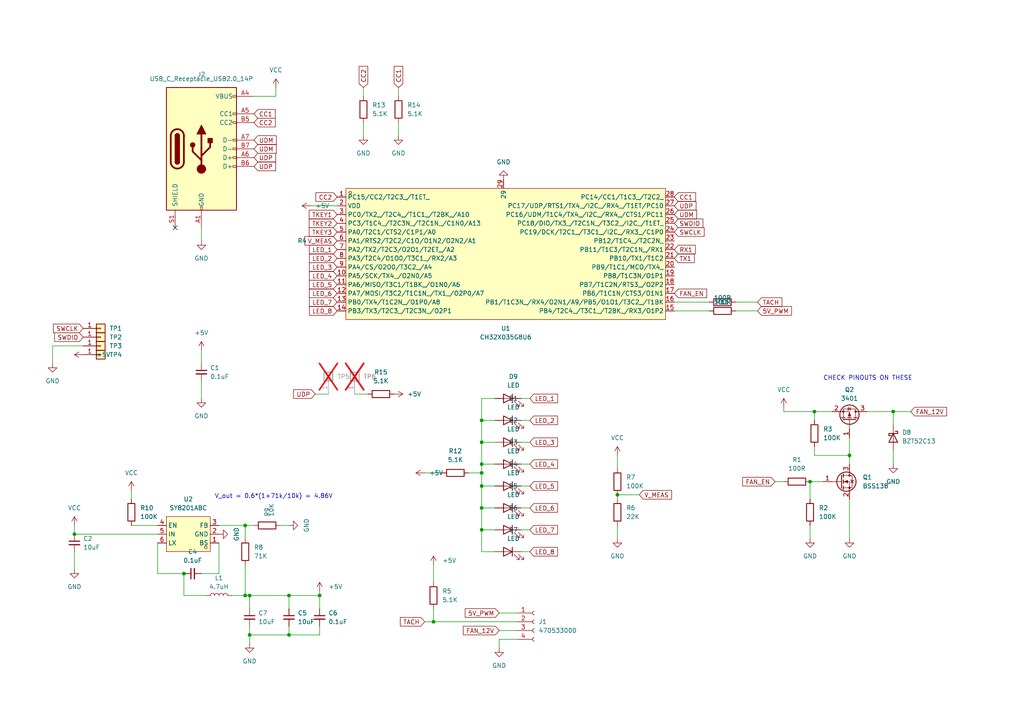
<source format=kicad_sch>
(kicad_sch (version 20230121) (generator eeschema)
  (paper "A4")
  (lib_symbols
    (symbol "Connector:Conn_01x04_Socket" (pin_names (offset 1.016) hide)
      (property "Reference" "J" (at 0 5.08 0))
      (property "Value" "Conn_01x04_Socket" (at 0 -7.62 0))
      (symbol "Conn_01x04_Socket_1_1"
        (arc (start 0 -4.572) (mid -0.5058 -5.08) (end 0 -5.588) (stroke (width 0.1524)))
        (arc (start 0 -2.032) (mid -0.5058 -2.54) (end 0 -3.048) (stroke (width 0.1524)))
        (polyline (pts (xy -1.27 -5.08) (xy -0.508 -5.08)) (stroke (width 0.1524)))
        (polyline (pts (xy -1.27 -2.54) (xy -0.508 -2.54)) (stroke (width 0.1524)))
        (polyline (pts (xy -1.27 0) (xy -0.508 0)) (stroke (width 0.1524)))
        (polyline (pts (xy -1.27 2.54) (xy -0.508 2.54)) (stroke (width 0.1524)))
        (arc (start 0 0.508) (mid -0.5058 0) (end 0 -0.508) (stroke (width 0.1524)))
        (arc (start 0 3.048) (mid -0.5058 2.54) (end 0 2.032) (stroke (width 0.1524)))
        (pin passive line (at -5.08 2.54 0) (length 3.81) (name "Pin_1") (number "1"))
        (pin passive line (at -5.08 0 0) (length 3.81) (name "Pin_2") (number "2"))
        (pin passive line (at -5.08 -2.54 0) (length 3.81) (name "Pin_3") (number "3"))
        (pin passive line (at -5.08 -5.08 0) (length 3.81) (name "Pin_4") (number "4"))
      )
    )
    (symbol "Connector:USB_C_Receptacle_USB2.0_14P" (pin_names (offset 1.016))
      (property "Reference" "J" (at 0 22.225 0))
      (property "Value" "USB_C_Receptacle_USB2.0_14P" (at 0 19.685 0))
      (symbol "USB_C_Receptacle_USB2.0_14P_0_0"
        (rectangle (start -0.254 -17.78) (end 0.254 -16.764))
        (rectangle (start 10.16 -4.826) (end 9.144 -5.334))
        (rectangle (start 10.16 -2.286) (end 9.144 -2.794))
        (rectangle (start 10.16 0.254) (end 9.144 -0.254))
        (rectangle (start 10.16 2.794) (end 9.144 2.286))
        (rectangle (start 10.16 7.874) (end 9.144 7.366))
        (rectangle (start 10.16 10.414) (end 9.144 9.906))
        (rectangle (start 10.16 15.494) (end 9.144 14.986))
      )
      (symbol "USB_C_Receptacle_USB2.0_14P_0_1"
        (rectangle (start -10.16 17.78) (end 10.16 -17.78) (stroke (width 0.254)) (fill (type background)))
        (arc (start -8.89 -3.81) (mid -6.985 -5.7067) (end -5.08 -3.81) (stroke (width 0.508)))
        (arc (start -7.62 -3.81) (mid -6.985 -4.4423) (end -6.35 -3.81) (stroke (width 0.254)))
        (arc (start -7.62 -3.81) (mid -6.985 -4.4423) (end -6.35 -3.81) (stroke (width 0.254)) (fill (type outline)))
        (rectangle (start -7.62 -3.81) (end -6.35 3.81) (stroke (width 0.254)) (fill (type outline)))
        (arc (start -6.35 3.81) (mid -6.985 4.4423) (end -7.62 3.81) (stroke (width 0.254)))
        (arc (start -6.35 3.81) (mid -6.985 4.4423) (end -7.62 3.81) (stroke (width 0.254)) (fill (type outline)))
        (arc (start -5.08 3.81) (mid -6.985 5.7067) (end -8.89 3.81) (stroke (width 0.508)))
        (circle (center -2.54 1.143) (radius 0.635) (stroke (width 0.254)) (fill (type outline)))
        (circle (center 0 -5.842) (radius 1.27) (fill (type outline)))
        (polyline (pts (xy -8.89 -3.81) (xy -8.89 3.81)) (stroke (width 0.508)))
        (polyline (pts (xy -5.08 3.81) (xy -5.08 -3.81)) (stroke (width 0.508)))
        (polyline (pts (xy 0 -5.842) (xy 0 4.318)) (stroke (width 0.508)))
        (polyline (pts (xy 0 -3.302) (xy -2.54 -0.762) (xy -2.54 0.508)) (stroke (width 0.508)))
        (polyline (pts (xy 0 -2.032) (xy 2.54 0.508) (xy 2.54 1.778)) (stroke (width 0.508)))
        (polyline (pts (xy -1.27 4.318) (xy 0 6.858) (xy 1.27 4.318) (xy -1.27 4.318)) (stroke (width 0.254)) (fill (type outline)))
        (rectangle (start 1.905 1.778) (end 3.175 3.048) (stroke (width 0.254)) (fill (type outline)))
      )
      (symbol "USB_C_Receptacle_USB2.0_14P_1_1"
        (pin passive line (at 0 -22.86 90) (length 5.08) (name "GND") (number "A1"))
        (pin passive line (at 0 -22.86 90) (length 5.08) hide (name "GND") (number "A12"))
        (pin passive line (at 15.24 15.24 180) (length 5.08) (name "VBUS") (number "A4"))
        (pin bidirectional line (at 15.24 10.16 180) (length 5.08) (name "CC1") (number "A5"))
        (pin bidirectional line (at 15.24 -2.54 180) (length 5.08) (name "D+") (number "A6"))
        (pin bidirectional line (at 15.24 2.54 180) (length 5.08) (name "D-") (number "A7"))
        (pin passive line (at 15.24 15.24 180) (length 5.08) hide (name "VBUS") (number "A9"))
        (pin passive line (at 0 -22.86 90) (length 5.08) hide (name "GND") (number "B1"))
        (pin passive line (at 0 -22.86 90) (length 5.08) hide (name "GND") (number "B12"))
        (pin passive line (at 15.24 15.24 180) (length 5.08) hide (name "VBUS") (number "B4"))
        (pin bidirectional line (at 15.24 7.62 180) (length 5.08) (name "CC2") (number "B5"))
        (pin bidirectional line (at 15.24 -5.08 180) (length 5.08) (name "D+") (number "B6"))
        (pin bidirectional line (at 15.24 0 180) (length 5.08) (name "D-") (number "B7"))
        (pin passive line (at 15.24 15.24 180) (length 5.08) hide (name "VBUS") (number "B9"))
        (pin passive line (at -7.62 -22.86 90) (length 5.08) (name "SHIELD") (number "S1"))
      )
    )
    (symbol "Connector_Generic:Conn_01x01" (pin_names (offset 1.016) hide)
      (property "Reference" "J" (at 0 2.54 0))
      (property "Value" "Conn_01x01" (at 0 -2.54 0))
      (symbol "Conn_01x01_1_1"
        (rectangle (start -1.27 0.127) (end 0 -0.127) (stroke (width 0.1524)))
        (rectangle (start -1.27 1.27) (end 1.27 -1.27) (stroke (width 0.254)) (fill (type background)))
        (pin passive line (at -5.08 0 0) (length 3.81) (name "Pin_1") (number "1"))
      )
    )
    (symbol "Device:C_Small" (pin_numbers hide) (pin_names (offset 0.254) hide)
      (property "Reference" "C" (at 0.254 1.778 0))
      (property "Value" "C_Small" (at 0.254 -2.032 0))
      (symbol "C_Small_0_1"
        (polyline (pts (xy -1.524 -0.508) (xy 1.524 -0.508)) (stroke (width 0.3302)))
        (polyline (pts (xy -1.524 0.508) (xy 1.524 0.508)) (stroke (width 0.3048)))
      )
      (symbol "C_Small_1_1"
        (pin passive line (at 0 2.54 270) (length 2.032) (name "~") (number "1"))
        (pin passive line (at 0 -2.54 90) (length 2.032) (name "~") (number "2"))
      )
    )
    (symbol "Device:D_Schottky" (pin_numbers hide) (pin_names (offset 1.016) hide)
      (property "Reference" "D" (at 0 2.54 0))
      (property "Value" "D_Schottky" (at 0 -2.54 0))
      (symbol "D_Schottky_0_1"
        (polyline (pts (xy 1.27 0) (xy -1.27 0)))
        (polyline (pts (xy 1.27 1.27) (xy 1.27 -1.27) (xy -1.27 0) (xy 1.27 1.27)) (stroke (width 0.254)))
        (polyline (pts (xy -1.905 0.635) (xy -1.905 1.27) (xy -1.27 1.27) (xy -1.27 -1.27) (xy -0.635 -1.27) (xy -0.635 -0.635)) (stroke (width 0.254)))
      )
      (symbol "D_Schottky_1_1"
        (pin passive line (at -3.81 0 0) (length 2.54) (name "K") (number "1"))
        (pin passive line (at 3.81 0 180) (length 2.54) (name "A") (number "2"))
      )
    )
    (symbol "Device:L" (pin_numbers hide) (pin_names (offset 1.016) hide)
      (property "Reference" "L" (at -1.27 0 90))
      (property "Value" "L" (at 1.905 0 90))
      (symbol "L_0_1"
        (arc (start 0 -2.54) (mid 0.6323 -1.905) (end 0 -1.27))
        (arc (start 0 -1.27) (mid 0.6323 -0.635) (end 0 0))
        (arc (start 0 0) (mid 0.6323 0.635) (end 0 1.27))
        (arc (start 0 1.27) (mid 0.6323 1.905) (end 0 2.54))
      )
      (symbol "L_1_1"
        (pin passive line (at 0 3.81 270) (length 1.27) (name "1") (number "1"))
        (pin passive line (at 0 -3.81 90) (length 1.27) (name "2") (number "2"))
      )
    )
    (symbol "Device:LED" (pin_numbers hide) (pin_names (offset 1.016) hide)
      (property "Reference" "D" (at 0 2.54 0))
      (property "Value" "LED" (at 0 -2.54 0))
      (symbol "LED_0_1"
        (polyline (pts (xy -1.27 -1.27) (xy -1.27 1.27)) (stroke (width 0.254)))
        (polyline (pts (xy -1.27 0) (xy 1.27 0)))
        (polyline (pts (xy 1.27 -1.27) (xy 1.27 1.27) (xy -1.27 0) (xy 1.27 -1.27)) (stroke (width 0.254)))
        (polyline (pts (xy -3.048 -0.762) (xy -4.572 -2.286) (xy -3.81 -2.286) (xy -4.572 -2.286) (xy -4.572 -1.524)))
        (polyline (pts (xy -1.778 -0.762) (xy -3.302 -2.286) (xy -2.54 -2.286) (xy -3.302 -2.286) (xy -3.302 -1.524)))
      )
      (symbol "LED_1_1"
        (pin passive line (at -3.81 0 0) (length 2.54) (name "K") (number "1"))
        (pin passive line (at 3.81 0 180) (length 2.54) (name "A") (number "2"))
      )
    )
    (symbol "Device:R" (pin_numbers hide) (pin_names (offset 0))
      (property "Reference" "R" (at 2.032 0 90))
      (property "Value" "R" (at 0 0 90))
      (symbol "R_0_1"
        (rectangle (start -1.016 -2.54) (end 1.016 2.54) (stroke (width 0.254)))
      )
      (symbol "R_1_1"
        (pin passive line (at 0 3.81 270) (length 1.27) (name "~") (number "1"))
        (pin passive line (at 0 -3.81 90) (length 1.27) (name "~") (number "2"))
      )
    )
    (symbol "Transistor_FET:AO3401A" (pin_names hide)
      (property "Reference" "Q" (at 5.08 1.905 0))
      (property "Value" "AO3401A" (at 5.08 0 0))
      (symbol "AO3401A_0_1"
        (polyline (pts (xy 0.254 0) (xy -2.54 0)))
        (polyline (pts (xy 0.254 1.905) (xy 0.254 -1.905)) (stroke (width 0.254)))
        (polyline (pts (xy 0.762 -1.27) (xy 0.762 -2.286)) (stroke (width 0.254)))
        (polyline (pts (xy 0.762 0.508) (xy 0.762 -0.508)) (stroke (width 0.254)))
        (polyline (pts (xy 0.762 2.286) (xy 0.762 1.27)) (stroke (width 0.254)))
        (polyline (pts (xy 2.54 2.54) (xy 2.54 1.778)))
        (polyline (pts (xy 2.54 -2.54) (xy 2.54 0) (xy 0.762 0)))
        (polyline (pts (xy 0.762 1.778) (xy 3.302 1.778) (xy 3.302 -1.778) (xy 0.762 -1.778)))
        (polyline (pts (xy 2.286 0) (xy 1.27 0.381) (xy 1.27 -0.381) (xy 2.286 0)) (fill (type outline)))
        (polyline (pts (xy 2.794 -0.508) (xy 2.921 -0.381) (xy 3.683 -0.381) (xy 3.81 -0.254)))
        (polyline (pts (xy 3.302 -0.381) (xy 2.921 0.254) (xy 3.683 0.254) (xy 3.302 -0.381)))
        (circle (center 1.651 0) (radius 2.794) (stroke (width 0.254)))
        (circle (center 2.54 -1.778) (radius 0.254) (fill (type outline)))
        (circle (center 2.54 1.778) (radius 0.254) (fill (type outline)))
      )
      (symbol "AO3401A_1_1"
        (pin input line (at -5.08 0 0) (length 2.54) (name "G") (number "1"))
        (pin passive line (at 2.54 -5.08 90) (length 2.54) (name "S") (number "2"))
        (pin passive line (at 2.54 5.08 270) (length 2.54) (name "D") (number "3"))
      )
    )
    (symbol "Transistor_FET:BSS138" (pin_names hide)
      (property "Reference" "Q" (at 5.08 1.905 0))
      (property "Value" "BSS138" (at 5.08 0 0))
      (symbol "BSS138_0_1"
        (polyline (pts (xy 0.254 0) (xy -2.54 0)))
        (polyline (pts (xy 0.254 1.905) (xy 0.254 -1.905)) (stroke (width 0.254)))
        (polyline (pts (xy 0.762 -1.27) (xy 0.762 -2.286)) (stroke (width 0.254)))
        (polyline (pts (xy 0.762 0.508) (xy 0.762 -0.508)) (stroke (width 0.254)))
        (polyline (pts (xy 0.762 2.286) (xy 0.762 1.27)) (stroke (width 0.254)))
        (polyline (pts (xy 2.54 2.54) (xy 2.54 1.778)))
        (polyline (pts (xy 2.54 -2.54) (xy 2.54 0) (xy 0.762 0)))
        (polyline (pts (xy 0.762 -1.778) (xy 3.302 -1.778) (xy 3.302 1.778) (xy 0.762 1.778)))
        (polyline (pts (xy 1.016 0) (xy 2.032 0.381) (xy 2.032 -0.381) (xy 1.016 0)) (fill (type outline)))
        (polyline (pts (xy 2.794 0.508) (xy 2.921 0.381) (xy 3.683 0.381) (xy 3.81 0.254)))
        (polyline (pts (xy 3.302 0.381) (xy 2.921 -0.254) (xy 3.683 -0.254) (xy 3.302 0.381)))
        (circle (center 1.651 0) (radius 2.794) (stroke (width 0.254)))
        (circle (center 2.54 -1.778) (radius 0.254) (fill (type outline)))
        (circle (center 2.54 1.778) (radius 0.254) (fill (type outline)))
      )
      (symbol "BSS138_1_1"
        (pin input line (at -5.08 0 0) (length 2.54) (name "G") (number "1"))
        (pin passive line (at 2.54 -5.08 90) (length 2.54) (name "S") (number "2"))
        (pin passive line (at 2.54 5.08 270) (length 2.54) (name "D") (number "3"))
      )
    )
    (symbol "local:CH32X035G8U6"
      (property "Reference" "U" (at 43.18 19.05 0))
      (property "Value" "CH32X035G8U6" (at 0 -22.86 0))
      (symbol "CH32X035G8U6_0_1"
        (rectangle (start -45.72 17.78) (end 46.99 -20.32) (fill (type background)))
        (circle (center -44.45 16.51) (radius 0.38))
        (pin unspecified line (at -48.26 15.24 0) (length 2.54) (name "PC15/CC2/T2C3_/T1ET_") (number "1"))
        (pin unspecified line (at -48.26 -7.62 0) (length 2.54) (name "PA5/SCK/TX4_/O2N0/A5") (number "10"))
        (pin unspecified line (at -48.26 -10.16 0) (length 2.54) (name "PA6/MISO/T3C1/T1BK_/O1N0/A6") (number "11"))
        (pin unspecified line (at -48.26 -12.7 0) (length 2.54) (name "PA7/MOSI/T3C2/T1C1N_/TX1_/O2P0/A7") (number "12"))
        (pin unspecified line (at -48.26 -15.24 0) (length 2.54) (name "PB0/TX4/T1C2N_/O1P0/A8") (number "13"))
        (pin unspecified line (at -48.26 -17.78 0) (length 2.54) (name "PB3/TX3/T2C3_/T2C3N_/O2P1") (number "14"))
        (pin unspecified line (at 49.53 -17.78 180) (length 2.54) (name "PB4/T2C4_/T3C1_/T2BK_/RX3/O1P2") (number "15"))
        (pin unspecified line (at 49.53 -15.24 180) (length 2.54) (name "PB1/T1C3N_/RX4/O2N1/A9/PB5/O1O1/T3C2_/T1BK") (number "16"))
        (pin unspecified line (at 49.53 -12.7 180) (length 2.54) (name "PB6/T1C1N/CTS3/O1N1") (number "17"))
        (pin unspecified line (at 49.53 -10.16 180) (length 2.54) (name "PB7/T1C2N/RTS3_/O2P2") (number "18"))
        (pin unspecified line (at 49.53 -7.62 180) (length 2.54) (name "PB8/T1C3N/O1P1") (number "19"))
        (pin unspecified line (at -48.26 12.7 0) (length 2.54) (name "VDD") (number "2"))
        (pin unspecified line (at 49.53 -5.08 180) (length 2.54) (name "PB9/T1C1/MCO/TX4_") (number "20"))
        (pin unspecified line (at 49.53 -2.54 180) (length 2.54) (name "PB10/TX1/T1C2") (number "21"))
        (pin unspecified line (at 49.53 0 180) (length 2.54) (name "PB11/T1C3/T2C1N_/RX1") (number "22"))
        (pin unspecified line (at 49.53 2.54 180) (length 2.54) (name "PB12/T1C4_/T2C2N_") (number "23"))
        (pin unspecified line (at 49.53 5.08 180) (length 2.54) (name "PC19/DCK/T2C1_/T3C1_/I2C_/RX3_/C1P0") (number "24"))
        (pin unspecified line (at 49.53 7.62 180) (length 2.54) (name "PC18/DIO/TX3_/T2C1N_/T3C2_/I2C_/T1ET_") (number "25"))
        (pin unspecified line (at 49.53 10.16 180) (length 2.54) (name "PC16/UDM/T1C4/TX4_/I2C_/RX4_/CTS1/PC11") (number "26"))
        (pin unspecified line (at 49.53 12.7 180) (length 2.54) (name "PC17/UDP/RTS1/TX4_/I2C_/RX4_/T1ET/PC10") (number "27"))
        (pin unspecified line (at 49.53 15.24 180) (length 2.54) (name "PC14/CC1/T1C3_/T2C2_") (number "28"))
        (pin unspecified line (at 0 20.32 270) (length 2.54) (name "29") (number "29"))
        (pin unspecified line (at -48.26 10.16 0) (length 2.54) (name "PC0/TX2_/T2C4_/T1C1_/T2BK_/A10") (number "3"))
        (pin unspecified line (at -48.26 7.62 0) (length 2.54) (name "PC3/T1C4_/T2C3N_/T2C1N_/C1N0/A13") (number "4"))
        (pin unspecified line (at -48.26 5.08 0) (length 2.54) (name "PA0/T2C1/CTS2/C1P1/A0") (number "5"))
        (pin unspecified line (at -48.26 2.54 0) (length 2.54) (name "PA1/RTS2/T2C2/C1O/O1N2/O2N2/A1") (number "6"))
        (pin unspecified line (at -48.26 0 0) (length 2.54) (name "PA2/TX2/T2C3/O2O1/T2ET_/A2") (number "7"))
        (pin unspecified line (at -48.26 -2.54 0) (length 2.54) (name "PA3/T2C4/O1O0/T3C1_/RX2/A3") (number "8"))
        (pin unspecified line (at -48.26 -5.08 0) (length 2.54) (name "PA4/CS/O2O0/T3C2_/A4") (number "9"))
      )
    )
    (symbol "local:SY8301ABC"
      (property "Reference" "U" (at 0 7.62 0))
      (property "Value" "SY8301ABC" (at 0 -7.62 0))
      (symbol "SY8301ABC_0_1"
        (rectangle (start -6.35 5.08) (end 6.35 -5.08) (fill (type background)))
        (circle (center -5.08 3.81) (radius 0.38))
        (pin unspecified line (at -8.89 2.54 0) (length 2.54) (name "BS") (number "1"))
        (pin unspecified line (at -8.89 0 0) (length 2.54) (name "GND") (number "2"))
        (pin unspecified line (at -8.89 -2.54 0) (length 2.54) (name "FB") (number "3"))
        (pin unspecified line (at 8.89 -2.54 180) (length 2.54) (name "EN") (number "4"))
        (pin unspecified line (at 8.89 0 180) (length 2.54) (name "IN") (number "5"))
        (pin unspecified line (at 8.89 2.54 180) (length 2.54) (name "LX") (number "6"))
      )
    )
    (symbol "power:+5V" (power) (pin_names (offset 0))
      (property "Value" "+5V" (at 0 3.556 0))
      (symbol "+5V_0_1"
        (polyline (pts (xy -0.762 1.27) (xy 0 2.54)))
        (polyline (pts (xy 0 0) (xy 0 2.54)))
        (polyline (pts (xy 0 2.54) (xy 0.762 1.27)))
      )
      (symbol "+5V_1_1"
        (pin power_in line (at 0 0 90) (length 0) hide (name "+5V") (number "1"))
      )
    )
    (symbol "power:GND" (power) (pin_names (offset 0))
      (property "Value" "GND" (at 0 -3.81 0))
      (symbol "GND_0_1"
        (polyline (pts (xy 0 0) (xy 0 -1.27) (xy 1.27 -1.27) (xy 0 -2.54) (xy -1.27 -1.27) (xy 0 -1.27)))
      )
      (symbol "GND_1_1"
        (pin power_in line (at 0 0 270) (length 0) hide (name "GND") (number "1"))
      )
    )
    (symbol "power:VCC" (power) (pin_names (offset 0))
      (property "Value" "VCC" (at 0 3.81 0))
      (symbol "VCC_0_1"
        (polyline (pts (xy -0.762 1.27) (xy 0 2.54)))
        (polyline (pts (xy 0 0) (xy 0 2.54)))
        (polyline (pts (xy 0 2.54) (xy 0.762 1.27)))
      )
      (symbol "VCC_1_1"
        (pin power_in line (at 0 0 90) (length 0) hide (name "VCC") (number "1"))
      )
    )
  )
  (junction (at 139.7 137.16))
  (junction (at 139.7 153.67))
  (junction (at 246.38 132.08))
  (junction (at 72.39 184.15))
  (junction (at 234.95 139.7))
  (junction (at 53.34 166.37))
  (junction (at 83.82 172.72))
  (junction (at 139.7 147.32))
  (junction (at 179.07 143.51))
  (junction (at 92.71 172.72))
  (junction (at 259.08 119.38))
  (junction (at 71.12 172.72))
  (junction (at 139.7 140.97))
  (junction (at 21.59 154.94))
  (junction (at 139.7 121.92))
  (junction (at 236.22 119.38))
  (junction (at 139.7 128.27))
  (junction (at 139.7 134.62))
  (junction (at 72.39 172.72))
  (junction (at 125.73 180.34))
  (junction (at 71.12 152.4))
  (junction (at 83.82 184.15))
  (no_connect (at 50.8 66.04))
  (wire (pts (xy 139.7 121.92) (xy 143.51 121.92)))
  (wire (pts (xy 139.7 115.57) (xy 143.51 115.57)))
  (wire (pts (xy 71.12 172.72) (xy 71.12 163.83)))
  (wire (pts (xy 92.71 172.72) (xy 83.82 172.72)))
  (wire (pts (xy 219.71 90.17) (xy 213.36 90.17)))
  (wire (pts (xy 125.73 176.53) (xy 125.73 180.34)))
  (wire (pts (xy 144.78 177.8) (xy 149.86 177.8)))
  (wire (pts (xy 115.57 39.37) (xy 115.57 35.56)))
  (wire (pts (xy 135.89 137.16) (xy 139.7 137.16)))
  (wire (pts (xy 21.59 160.02) (xy 21.59 165.1)))
  (wire (pts (xy 139.7 140.97) (xy 143.51 140.97)))
  (wire (pts (xy 115.57 25.4) (xy 115.57 27.94)))
  (wire (pts (xy 92.71 184.15) (xy 92.71 181.61)))
  (wire (pts (xy 38.1 152.4) (xy 45.72 152.4)))
  (wire (pts (xy 72.39 172.72) (xy 71.12 172.72)))
  (wire (pts (xy 83.82 152.4) (xy 81.28 152.4)))
  (wire (pts (xy 105.41 25.4) (xy 105.41 27.94)))
  (wire (pts (xy 72.39 184.15) (xy 72.39 181.61)))
  (wire (pts (xy 125.73 180.34) (xy 149.86 180.34)))
  (wire (pts (xy 153.67 121.92) (xy 151.13 121.92)))
  (wire (pts (xy 58.42 105.41) (xy 58.42 101.6)))
  (wire (pts (xy 219.71 87.63) (xy 213.36 87.63)))
  (wire (pts (xy 259.08 130.81) (xy 259.08 134.62)))
  (wire (pts (xy 234.95 144.78) (xy 234.95 139.7)))
  (wire (pts (xy 72.39 186.69) (xy 72.39 184.15)))
  (wire (pts (xy 139.7 147.32) (xy 139.7 153.67)))
  (wire (pts (xy 58.42 69.85) (xy 58.42 66.04)))
  (wire (pts (xy 59.69 172.72) (xy 53.34 172.72)))
  (wire (pts (xy 15.24 100.33) (xy 24.13 100.33)))
  (wire (pts (xy 63.5 152.4) (xy 71.12 152.4)))
  (wire (pts (xy 105.41 39.37) (xy 105.41 35.56)))
  (wire (pts (xy 45.72 166.37) (xy 53.34 166.37)))
  (wire (pts (xy 236.22 129.54) (xy 236.22 132.08)))
  (wire (pts (xy 123.19 180.34) (xy 125.73 180.34)))
  (wire (pts (xy 139.7 115.57) (xy 139.7 121.92)))
  (wire (pts (xy 179.07 156.21) (xy 179.07 152.4)))
  (wire (pts (xy 144.78 187.96) (xy 144.78 185.42)))
  (wire (pts (xy 139.7 121.92) (xy 139.7 128.27)))
  (wire (pts (xy 67.31 172.72) (xy 71.12 172.72)))
  (wire (pts (xy 80.01 27.94) (xy 73.66 27.94)))
  (wire (pts (xy 92.71 172.72) (xy 92.71 176.53)))
  (wire (pts (xy 83.82 184.15) (xy 92.71 184.15)))
  (wire (pts (xy 236.22 121.92) (xy 236.22 119.38)))
  (wire (pts (xy 139.7 134.62) (xy 143.51 134.62)))
  (wire (pts (xy 53.34 172.72) (xy 53.34 166.37)))
  (wire (pts (xy 139.7 128.27) (xy 139.7 134.62)))
  (wire (pts (xy 179.07 143.51) (xy 179.07 144.78)))
  (wire (pts (xy 83.82 181.61) (xy 83.82 184.15)))
  (wire (pts (xy 227.33 119.38) (xy 227.33 118.11)))
  (wire (pts (xy 45.72 157.48) (xy 45.72 166.37)))
  (wire (pts (xy 153.67 153.67) (xy 151.13 153.67)))
  (wire (pts (xy 153.67 160.02) (xy 151.13 160.02)))
  (wire (pts (xy 139.7 134.62) (xy 139.7 137.16)))
  (wire (pts (xy 63.5 157.48) (xy 63.5 166.37)))
  (wire (pts (xy 58.42 115.57) (xy 58.42 110.49)))
  (wire (pts (xy 83.82 172.72) (xy 83.82 176.53)))
  (wire (pts (xy 92.71 171.45) (xy 92.71 172.72)))
  (wire (pts (xy 139.7 137.16) (xy 139.7 140.97)))
  (wire (pts (xy 139.7 160.02) (xy 143.51 160.02)))
  (wire (pts (xy 102.87 114.3) (xy 106.68 114.3)))
  (wire (pts (xy 246.38 156.21) (xy 246.38 144.78)))
  (wire (pts (xy 38.1 142.24) (xy 38.1 144.78)))
  (wire (pts (xy 139.7 153.67) (xy 143.51 153.67)))
  (wire (pts (xy 246.38 132.08) (xy 246.38 134.62)))
  (wire (pts (xy 72.39 172.72) (xy 72.39 176.53)))
  (wire (pts (xy 179.07 132.08) (xy 179.07 135.89)))
  (wire (pts (xy 236.22 132.08) (xy 246.38 132.08)))
  (wire (pts (xy 125.73 168.91) (xy 125.73 163.83)))
  (wire (pts (xy 227.33 119.38) (xy 236.22 119.38)))
  (wire (pts (xy 153.67 140.97) (xy 151.13 140.97)))
  (wire (pts (xy 90.17 59.69) (xy 97.79 59.69)))
  (wire (pts (xy 139.7 153.67) (xy 139.7 160.02)))
  (wire (pts (xy 144.78 185.42) (xy 149.86 185.42)))
  (wire (pts (xy 71.12 152.4) (xy 73.66 152.4)))
  (wire (pts (xy 71.12 152.4) (xy 71.12 156.21)))
  (wire (pts (xy 139.7 128.27) (xy 143.51 128.27)))
  (wire (pts (xy 246.38 127) (xy 246.38 132.08)))
  (wire (pts (xy 224.79 139.7) (xy 227.33 139.7)))
  (wire (pts (xy 83.82 172.72) (xy 72.39 172.72)))
  (wire (pts (xy 91.44 114.3) (xy 95.25 114.3)))
  (wire (pts (xy 63.5 166.37) (xy 58.42 166.37)))
  (wire (pts (xy 139.7 140.97) (xy 139.7 147.32)))
  (wire (pts (xy 153.67 128.27) (xy 151.13 128.27)))
  (wire (pts (xy 21.59 154.94) (xy 45.72 154.94)))
  (wire (pts (xy 195.58 90.17) (xy 205.74 90.17)))
  (wire (pts (xy 123.19 137.16) (xy 128.27 137.16)))
  (wire (pts (xy 139.7 147.32) (xy 143.51 147.32)))
  (wire (pts (xy 259.08 119.38) (xy 259.08 123.19)))
  (wire (pts (xy 236.22 119.38) (xy 241.3 119.38)))
  (wire (pts (xy 153.67 147.32) (xy 151.13 147.32)))
  (wire (pts (xy 234.95 156.21) (xy 234.95 152.4)))
  (wire (pts (xy 179.07 143.51) (xy 185.42 143.51)))
  (wire (pts (xy 72.39 184.15) (xy 83.82 184.15)))
  (wire (pts (xy 205.74 87.63) (xy 195.58 87.63)))
  (wire (pts (xy 153.67 115.57) (xy 151.13 115.57)))
  (wire (pts (xy 15.24 105.41) (xy 15.24 100.33)))
  (wire (pts (xy 80.01 25.4) (xy 80.01 27.94)))
  (wire (pts (xy 144.78 182.88) (xy 149.86 182.88)))
  (wire (pts (xy 234.95 139.7) (xy 238.76 139.7)))
  (wire (pts (xy 264.16 119.38) (xy 259.08 119.38)))
  (wire (pts (xy 153.67 134.62) (xy 151.13 134.62)))
  (wire (pts (xy 21.59 152.4) (xy 21.59 154.94)))
  (wire (pts (xy 259.08 119.38) (xy 251.46 119.38)))
  (text "V_out = 0.6*(1+71k/10k) = 4.86V" (at 62.23 144.78 0) (effects (font (size 1.27 1.27)) (justify left bottom)))
  (text "CHECK PINOUTS ON THESE" (at 238.76 110.49 0) (effects (font (size 1.27 1.27)) (justify left bottom)))
  (global_label "UDM" (shape input) (at 73.66 43.18 0) (property "Intersheetrefs" "${INTERSHEET_REFS}" (effects hide)))
  (global_label "TACH" (shape input) (at 219.71 87.63 0) (property "Intersheetrefs" "${INTERSHEET_REFS}" (effects hide)))
  (global_label "RX1" (shape input) (at 195.58 72.39 0) (property "Intersheetrefs" "${INTERSHEET_REFS}" (effects hide)))
  (global_label "TACH" (shape input) (at 123.19 180.34 180) (property "Intersheetrefs" "${INTERSHEET_REFS}" (effects hide)))
  (global_label "UDM" (shape input) (at 73.66 40.64 0) (property "Intersheetrefs" "${INTERSHEET_REFS}" (effects hide)))
  (global_label "LED_6" (shape input) (at 153.67 147.32 0) (property "Intersheetrefs" "${INTERSHEET_REFS}" (effects hide)))
  (global_label "FAN_12V" (shape input) (at 144.78 182.88 180) (property "Intersheetrefs" "${INTERSHEET_REFS}" (effects hide)))
  (global_label "FAN_EN" (shape input) (at 224.79 139.7 180) (property "Intersheetrefs" "${INTERSHEET_REFS}" (effects hide)))
  (global_label "V_MEAS" (shape input) (at 185.42 143.51 0) (property "Intersheetrefs" "${INTERSHEET_REFS}" (effects hide)))
  (global_label "CC1" (shape input) (at 115.57 25.4 90) (property "Intersheetrefs" "${INTERSHEET_REFS}" (effects hide)))
  (global_label "UDP" (shape input) (at 91.44 114.3 180) (property "Intersheetrefs" "${INTERSHEET_REFS}" (effects hide)))
  (global_label "UDM" (shape input) (at 195.58 62.23 0) (property "Intersheetrefs" "${INTERSHEET_REFS}" (effects hide)))
  (global_label "LED_5" (shape input) (at 153.67 140.97 0) (property "Intersheetrefs" "${INTERSHEET_REFS}" (effects hide)))
  (global_label "LED_4" (shape input) (at 97.79 80.01 180) (property "Intersheetrefs" "${INTERSHEET_REFS}" (effects hide)))
  (global_label "5V_PWM" (shape input) (at 144.78 177.8 180) (property "Intersheetrefs" "${INTERSHEET_REFS}" (effects hide)))
  (global_label "LED_1" (shape input) (at 153.67 115.57 0) (property "Intersheetrefs" "${INTERSHEET_REFS}" (effects hide)))
  (global_label "LED_6" (shape input) (at 97.79 85.09 180) (property "Intersheetrefs" "${INTERSHEET_REFS}" (effects hide)))
  (global_label "UDP" (shape input) (at 73.66 48.26 0) (property "Intersheetrefs" "${INTERSHEET_REFS}" (effects hide)))
  (global_label "TX1" (shape input) (at 195.58 74.93 0) (property "Intersheetrefs" "${INTERSHEET_REFS}" (effects hide)))
  (global_label "LED_4" (shape input) (at 153.67 134.62 0) (property "Intersheetrefs" "${INTERSHEET_REFS}" (effects hide)))
  (global_label "LED_7" (shape input) (at 97.79 87.63 180) (property "Intersheetrefs" "${INTERSHEET_REFS}" (effects hide)))
  (global_label "SWDIO" (shape input) (at 24.13 97.79 180) (property "Intersheetrefs" "${INTERSHEET_REFS}" (effects hide)))
  (global_label "CC1" (shape input) (at 195.58 57.15 0) (property "Intersheetrefs" "${INTERSHEET_REFS}" (effects hide)))
  (global_label "FAN_12V" (shape input) (at 264.16 119.38 0) (property "Intersheetrefs" "${INTERSHEET_REFS}" (effects hide)))
  (global_label "V_MEAS" (shape input) (at 97.79 69.85 180) (property "Intersheetrefs" "${INTERSHEET_REFS}" (effects hide)))
  (global_label "SWCLK" (shape input) (at 24.13 95.25 180) (property "Intersheetrefs" "${INTERSHEET_REFS}" (effects hide)))
  (global_label "LED_7" (shape input) (at 153.67 153.67 0) (property "Intersheetrefs" "${INTERSHEET_REFS}" (effects hide)))
  (global_label "TKEY1" (shape input) (at 97.79 62.23 180) (property "Intersheetrefs" "${INTERSHEET_REFS}" (effects hide)))
  (global_label "TKEY2" (shape input) (at 97.79 64.77 180) (property "Intersheetrefs" "${INTERSHEET_REFS}" (effects hide)))
  (global_label "CC1" (shape input) (at 73.66 33.02 0) (property "Intersheetrefs" "${INTERSHEET_REFS}" (effects hide)))
  (global_label "TKEY3" (shape input) (at 97.79 67.31 180) (property "Intersheetrefs" "${INTERSHEET_REFS}" (effects hide)))
  (global_label "LED_2" (shape input) (at 153.67 121.92 0) (property "Intersheetrefs" "${INTERSHEET_REFS}" (effects hide)))
  (global_label "SWDIO" (shape input) (at 195.58 64.77 0) (property "Intersheetrefs" "${INTERSHEET_REFS}" (effects hide)))
  (global_label "SWCLK" (shape input) (at 195.58 67.31 0) (property "Intersheetrefs" "${INTERSHEET_REFS}" (effects hide)))
  (global_label "LED_3" (shape input) (at 97.79 77.47 180) (property "Intersheetrefs" "${INTERSHEET_REFS}" (effects hide)))
  (global_label "LED_2" (shape input) (at 97.79 74.93 180) (property "Intersheetrefs" "${INTERSHEET_REFS}" (effects hide)))
  (global_label "LED_8" (shape input) (at 153.67 160.02 0) (property "Intersheetrefs" "${INTERSHEET_REFS}" (effects hide)))
  (global_label "UDP" (shape input) (at 73.66 45.72 0) (property "Intersheetrefs" "${INTERSHEET_REFS}" (effects hide)))
  (global_label "LED_1" (shape input) (at 97.79 72.39 180) (property "Intersheetrefs" "${INTERSHEET_REFS}" (effects hide)))
  (global_label "LED_3" (shape input) (at 153.67 128.27 0) (property "Intersheetrefs" "${INTERSHEET_REFS}" (effects hide)))
  (global_label "CC2" (shape input) (at 97.79 57.15 180) (property "Intersheetrefs" "${INTERSHEET_REFS}" (effects hide)))
  (global_label "LED_8" (shape input) (at 97.79 90.17 180) (property "Intersheetrefs" "${INTERSHEET_REFS}" (effects hide)))
  (global_label "FAN_EN" (shape input) (at 195.58 85.09 0) (property "Intersheetrefs" "${INTERSHEET_REFS}" (effects hide)))
  (global_label "LED_5" (shape input) (at 97.79 82.55 180) (property "Intersheetrefs" "${INTERSHEET_REFS}" (effects hide)))
  (global_label "CC2" (shape input) (at 105.41 25.4 90) (property "Intersheetrefs" "${INTERSHEET_REFS}" (effects hide)))
  (global_label "CC2" (shape input) (at 73.66 35.56 0) (property "Intersheetrefs" "${INTERSHEET_REFS}" (effects hide)))
  (global_label "5V_PWM" (shape input) (at 219.71 90.17 0) (property "Intersheetrefs" "${INTERSHEET_REFS}" (effects hide)))
  (global_label "UDP" (shape input) (at 195.58 59.69 0) (property "Intersheetrefs" "${INTERSHEET_REFS}" (effects hide)))
  (symbol (lib_id "power:VCC") (at 80.01 25.4 0) (unit 1)
    (property "Reference" "#PWR08" (effects hide))
    (property "Value" "VCC" (at 80.01 20.32 0))
  )
  (symbol (lib_id "Device:R") (at 234.95 148.59 180) (unit 1)
    (property "Reference" "R2" (at 237.49 147.32 0) (effects (justify right)))
    (property "Value" "100K" (at 237.49 149.86 0) (effects (justify right)))
    (property "Footprint" "Resistor_SMD:R_0402_1005Metric" (effects hide))
  )
  (symbol (lib_id "Device:C_Small") (at 58.42 107.95 0) (unit 1)
    (property "Reference" "C1" (at 60.96 106.6863 0) (effects (justify left)))
    (property "Value" "0.1uF" (at 60.96 109.2263 0) (effects (justify left)))
    (property "Footprint" "Capacitor_SMD:C_0402_1005Metric" (effects hide))
  )
  (symbol (lib_id "power:GND") (at 15.24 105.41 0) (unit 1)
    (property "Reference" "#PWR024" (effects hide))
    (property "Value" "GND" (at 15.24 110.49 0))
  )
  (symbol (lib_id "power:+5V") (at 24.13 102.87 90) (mirror x) (unit 1)
    (property "Reference" "#PWR025" (effects hide))
    (property "Value" "+5V" (at 27.94 102.87 90) (effects (justify right)))
  )
  (symbol (lib_id "power:GND") (at 246.38 156.21 0) (unit 1)
    (property "Reference" "#PWR04" (effects hide))
    (property "Value" "GND" (at 246.38 161.29 0))
  )
  (symbol (lib_id "power:VCC") (at 38.1 142.24 0) (unit 1)
    (property "Reference" "#PWR018" (effects hide))
    (property "Value" "VCC" (at 38.1 137.16 0))
  )
  (symbol (lib_id "power:VCC") (at 21.59 152.4 0) (unit 1)
    (property "Reference" "#PWR019" (effects hide))
    (property "Value" "VCC" (at 21.59 147.32 0))
  )
  (symbol (lib_id "Device:D_Schottky") (at 259.08 127 270) (unit 1)
    (property "Reference" "D8" (at 261.62 125.4125 90) (effects (justify left)))
    (property "Value" "BZT52C13" (at 261.62 127.9525 90) (effects (justify left)))
    (property "Footprint" "Diode_SMD:D_SOD-123" (effects hide))
    (property "LCSC" "C173428" (effects hide))
  )
  (symbol (lib_id "Device:R") (at 71.12 160.02 0) (unit 1)
    (property "Reference" "R8" (at 73.66 158.75 0) (effects (justify left)))
    (property "Value" "71K" (at 73.66 161.29 0) (effects (justify left)))
    (property "Footprint" "Resistor_SMD:R_0402_1005Metric" (effects hide))
  )
  (symbol (lib_id "Device:R") (at 77.47 152.4 270) (unit 1)
    (property "Reference" "R9" (at 77.47 149.86 0) (effects (justify right)))
    (property "Value" "10K" (at 78.74 149.86 0) (effects (justify right)))
    (property "Footprint" "Resistor_SMD:R_0402_1005Metric" (effects hide))
  )
  (symbol (lib_id "power:+5V") (at 123.19 137.16 90) (unit 1)
    (property "Reference" "#PWR010" (effects hide))
    (property "Value" "+5V" (at 124.46 137.16 90) (effects (justify right)))
  )
  (symbol (lib_id "Device:L") (at 63.5 172.72 90) (unit 1)
    (property "Reference" "L1" (at 63.5 167.64 90))
    (property "Value" "4.7uH" (at 63.5 170.18 90))
    (property "Footprint" "Inductor_SMD:L_1210_3225Metric" (effects hide))
  )
  (symbol (lib_id "Device:LED") (at 147.32 134.62 0) (mirror y) (unit 1)
    (property "Reference" "D3" (at 148.9075 128.27 0))
    (property "Value" "LED" (at 148.9075 130.81 0))
    (property "Footprint" "LED_SMD:LED_0402_1005Metric" (effects hide))
  )
  (symbol (lib_id "Device:LED") (at 147.32 160.02 0) (mirror y) (unit 1)
    (property "Reference" "D7" (at 148.9075 153.67 0))
    (property "Value" "LED" (at 148.9075 156.21 0))
    (property "Footprint" "LED_SMD:LED_0402_1005Metric" (effects hide))
  )
  (symbol (lib_id "Device:C_Small") (at 72.39 179.07 0) (unit 1)
    (property "Reference" "C7" (at 74.93 177.8063 0) (effects (justify left)))
    (property "Value" "10uF" (at 74.93 180.3463 0) (effects (justify left)))
    (property "Footprint" "Capacitor_SMD:C_0805_2012Metric" (effects hide))
  )
  (symbol (lib_id "Device:LED") (at 147.32 128.27 0) (mirror y) (unit 1)
    (property "Reference" "D2" (at 148.9075 121.92 0))
    (property "Value" "LED" (at 148.9075 124.46 0))
    (property "Footprint" "LED_SMD:LED_0402_1005Metric" (effects hide))
  )
  (symbol (lib_id "Device:R") (at 105.41 31.75 0) (unit 1)
    (property "Reference" "R13" (at 107.95 30.48 0) (effects (justify left)))
    (property "Value" "5.1K" (at 107.95 33.02 0) (effects (justify left)))
    (property "Footprint" "Resistor_SMD:R_0402_1005Metric" (effects hide))
  )
  (symbol (lib_id "Transistor_FET:BSS138") (at 243.84 139.7 0) (unit 1)
    (property "Reference" "Q1" (at 250.19 138.43 0) (effects (justify left)))
    (property "Value" "BSS138" (at 250.19 140.97 0) (effects (justify left)))
    (property "Footprint" "Package_TO_SOT_SMD:SOT-23" (effects hide))
    (property "Datasheet" "https://www.onsemi.com/pub/Collateral/BSS138-D.PDF" (effects hide))
  )
  (symbol (lib_id "power:VCC") (at 179.07 132.08 0) (unit 1)
    (property "Reference" "#PWR014" (effects hide))
    (property "Value" "VCC" (at 179.07 127 0))
  )
  (symbol (lib_id "Device:R") (at 209.55 87.63 90) (unit 1)
    (property "Reference" "R4" (at 87.63 69.85 90))
    (property "Value" "100R" (at 209.55 87.63 90))
    (property "Footprint" "Resistor_SMD:R_0402_1005Metric" (effects hide))
  )
  (symbol (lib_id "Connector_Generic:Conn_01x01") (at 95.25 109.22 90) (unit 1) (dnp yes)
    (property "Reference" "TP5" (at 97.79 109.22 90) (effects (justify right)))
    (property "Value" "TEST_PAD" (effects hide))
    (property "Footprint" "TestPoint:TestPoint_Pad_1.0x1.0mm" (effects hide))
  )
  (symbol (lib_id "Transistor_FET:AO3401A") (at 246.38 121.92 270) (mirror x) (unit 1)
    (property "Reference" "Q2" (at 246.38 113.03 90))
    (property "Value" "3401" (at 246.38 115.57 90))
    (property "Footprint" "Package_TO_SOT_SMD:SOT-23" (effects hide))
    (property "Datasheet" "https://www.lcsc.com/datasheet/lcsc_datasheet_2306211455_HL-3401_C7431448.pdf" (effects hide))
    (property "LCSC" "C7431448" (effects hide))
  )
  (symbol (lib_id "power:GND") (at 259.08 134.62 0) (unit 1)
    (property "Reference" "#PWR01" (effects hide))
    (property "Value" "GND" (at 259.08 139.7 0))
  )
  (symbol (lib_id "Device:C_Small") (at 21.59 157.48 0) (unit 1)
    (property "Reference" "C2" (at 24.13 156.2163 0) (effects (justify left)))
    (property "Value" "10uF" (at 24.13 158.7563 0) (effects (justify left)))
    (property "Footprint" "Capacitor_SMD:C_0805_2012Metric" (effects hide))
  )
  (symbol (lib_id "local:SY8301ABC") (at 54.61 154.94 180) (unit 1)
    (property "Reference" "U2" (at 54.61 144.78 0))
    (property "Value" "SY8201ABC" (at 54.61 147.32 0))
    (property "Footprint" "Package_TO_SOT_SMD:SOT-23-6" (effects hide))
    (property "Datasheet" "https://www.lcsc.com/datasheet/lcsc_datasheet_1810161442_Silergy-Corp-SY8201ABC_C108052.pdf" (effects hide))
    (property "LCSC" "C108052" (effects hide))
  )
  (symbol (lib_id "power:VCC") (at 227.33 118.11 0) (unit 1)
    (property "Reference" "#PWR05" (effects hide))
    (property "Value" "VCC" (at 227.33 113.03 0))
  )
  (symbol (lib_id "Connector:USB_C_Receptacle_USB2.0_14P") (at 58.42 43.18 0) (unit 1)
    (property "Reference" "J2" (at 58.42 21.59 0))
    (property "Value" "USB_C_Receptacle_USB2.0_14P" (at 58.42 22.86 0))
    (property "Footprint" "Connector_USB:USB_C_Receptacle_HRO_TYPE-C-31-M-12" (effects hide))
    (property "LCSC" "C223907" (effects hide))
  )
  (symbol (lib_id "power:GND") (at 115.57 39.37 0) (unit 1)
    (property "Reference" "#PWR027" (effects hide))
    (property "Value" "GND" (at 115.57 44.45 0))
  )
  (symbol (lib_id "Device:C_Small") (at 83.82 179.07 0) (unit 1)
    (property "Reference" "C5" (at 86.36 177.8063 0) (effects (justify left)))
    (property "Value" "10uF" (at 86.36 180.3463 0) (effects (justify left)))
    (property "Footprint" "Capacitor_SMD:C_0805_2012Metric" (effects hide))
  )
  (symbol (lib_id "power:+5V") (at 58.42 101.6 0) (unit 1)
    (property "Reference" "#PWR02" (effects hide))
    (property "Value" "+5V" (at 58.42 96.52 0))
  )
  (symbol (lib_id "power:+5V") (at 114.3 114.3 270) (unit 1)
    (property "Reference" "#PWR028" (effects hide))
    (property "Value" "+5V" (at 118.11 114.3 90) (effects (justify left)))
  )
  (symbol (lib_id "power:GND") (at 58.42 115.57 0) (unit 1)
    (property "Reference" "#PWR07" (effects hide))
    (property "Value" "GND" (at 58.42 120.65 0))
  )
  (symbol (lib_id "Connector_Generic:Conn_01x01") (at 102.87 109.22 90) (unit 1) (dnp yes)
    (property "Reference" "TP6" (at 105.41 109.22 90) (effects (justify right)))
    (property "Value" "TEST_PAD" (effects hide))
    (property "Footprint" "TestPoint:TestPoint_Pad_1.0x1.0mm" (effects hide))
  )
  (symbol (lib_id "Device:R") (at 179.07 139.7 180) (unit 1)
    (property "Reference" "R7" (at 181.61 138.43 0) (effects (justify right)))
    (property "Value" "100K" (at 181.61 140.97 0) (effects (justify right)))
    (property "Footprint" "Resistor_SMD:R_0402_1005Metric" (effects hide))
  )
  (symbol (lib_id "power:GND") (at 105.41 39.37 0) (unit 1)
    (property "Reference" "#PWR026" (effects hide))
    (property "Value" "GND" (at 105.41 44.45 0))
  )
  (symbol (lib_id "Connector_Generic:Conn_01x01") (at 29.21 97.79 0) (unit 1)
    (property "Reference" "TP2" (at 31.75 97.79 0) (effects (justify left)))
    (property "Value" "TEST_PAD" (effects hide))
    (property "Footprint" "TestPoint:TestPoint_Pad_1.0x1.0mm" (effects hide))
  )
  (symbol (lib_id "Connector:Conn_01x04_Socket") (at 154.94 180.34 0) (unit 1)
    (property "Reference" "J1" (at 156.21 180.34 0) (effects (justify left)))
    (property "Value" "470533000" (at 156.21 182.88 0) (effects (justify left)))
    (property "Footprint" "Connector:FanPinHeader_1x04_P2.54mm_Vertical" (effects hide))
    (property "Datasheet" "https://noctua.at/pub/media/wysiwyg/Noctua_PWM_specifications_white_paper.pdf" (effects hide))
    (property "LCSC" "C19795120" (effects hide))
  )
  (symbol (lib_id "Device:R") (at 179.07 148.59 180) (unit 1)
    (property "Reference" "R6" (at 181.61 147.32 0) (effects (justify right)))
    (property "Value" "22K" (at 181.61 149.86 0) (effects (justify right)))
    (property "Footprint" "Resistor_SMD:R_0402_1005Metric" (effects hide))
  )
  (symbol (lib_id "power:GND") (at 63.5 154.94 90) (mirror x) (unit 1)
    (property "Reference" "#PWR016" (effects hide))
    (property "Value" "GND" (at 68.58 154.94 0))
  )
  (symbol (lib_id "power:+5V") (at 125.73 163.83 0) (unit 1)
    (property "Reference" "#PWR012" (effects hide))
    (property "Value" "+5V" (at 128.27 162.56 0) (effects (justify left)))
  )
  (symbol (lib_id "Device:R") (at 38.1 148.59 0) (unit 1)
    (property "Reference" "R10" (at 40.64 147.32 0) (effects (justify left)))
    (property "Value" "100K" (at 40.64 149.86 0) (effects (justify left)))
    (property "Footprint" "Resistor_SMD:R_0402_1005Metric" (effects hide))
  )
  (symbol (lib_id "Device:R") (at 209.55 90.17 90) (unit 1)
    (property "Reference" "R11" (at 209.55 87.63 90))
    (property "Value" "100R" (at 209.55 86.36 90))
    (property "Footprint" "Resistor_SMD:R_0402_1005Metric" (effects hide))
  )
  (symbol (lib_id "power:GND") (at 146.05 52.07 180) (unit 1)
    (property "Reference" "#PWR022" (effects hide))
    (property "Value" "GND" (at 146.05 46.99 0))
  )
  (symbol (lib_id "Device:R") (at 110.49 114.3 90) (unit 1)
    (property "Reference" "R15" (at 110.49 107.95 90))
    (property "Value" "5.1K" (at 110.49 110.49 90))
    (property "Footprint" "Resistor_SMD:R_0402_1005Metric" (effects hide))
  )
  (symbol (lib_id "Connector_Generic:Conn_01x01") (at 29.21 95.25 0) (unit 1)
    (property "Reference" "TP1" (at 31.75 95.25 0) (effects (justify left)))
    (property "Value" "TEST_PAD" (effects hide))
    (property "Footprint" "TestPoint:TestPoint_Pad_1.0x1.0mm" (effects hide))
  )
  (symbol (lib_id "Device:C_Small") (at 92.71 179.07 0) (unit 1)
    (property "Reference" "C6" (at 95.25 177.8063 0) (effects (justify left)))
    (property "Value" "0.1uF" (at 95.25 180.3463 0) (effects (justify left)))
    (property "Footprint" "Capacitor_SMD:C_0402_1005Metric" (effects hide))
  )
  (symbol (lib_id "power:+5V") (at 90.17 59.69 90) (unit 1)
    (property "Reference" "#PWR011" (effects hide))
    (property "Value" "+5V" (at 91.44 59.69 90) (effects (justify right)))
  )
  (symbol (lib_id "Connector_Generic:Conn_01x01") (at 29.21 102.87 0) (unit 1)
    (property "Reference" "TP4" (at 31.75 102.87 0) (effects (justify left)))
    (property "Value" "TEST_PAD" (effects hide))
    (property "Footprint" "TestPoint:TestPoint_Pad_1.0x1.0mm" (effects hide))
  )
  (symbol (lib_id "Device:C_Small") (at 55.88 166.37 90) (unit 1)
    (property "Reference" "C4" (at 55.8863 160.02 90))
    (property "Value" "0.1uF" (at 55.8863 162.56 90))
    (property "Footprint" "Capacitor_SMD:C_0402_1005Metric" (effects hide))
  )
  (symbol (lib_id "power:+5V") (at 92.71 171.45 0) (unit 1)
    (property "Reference" "#PWR017" (effects hide))
    (property "Value" "+5V" (at 95.25 170.18 0) (effects (justify left)))
  )
  (symbol (lib_id "power:GND") (at 21.59 165.1 0) (mirror y) (unit 1)
    (property "Reference" "#PWR020" (effects hide))
    (property "Value" "GND" (at 21.59 170.18 0))
  )
  (symbol (lib_id "Device:R") (at 125.73 172.72 180) (unit 1)
    (property "Reference" "R5" (at 128.27 171.45 0) (effects (justify right)))
    (property "Value" "5.1K" (at 128.27 173.99 0) (effects (justify right)))
    (property "Footprint" "Resistor_SMD:R_0402_1005Metric" (effects hide))
  )
  (symbol (lib_id "Device:R") (at 231.14 139.7 270) (mirror x) (unit 1)
    (property "Reference" "R1" (at 231.14 133.35 90))
    (property "Value" "100R" (at 231.14 135.89 90))
    (property "Footprint" "Resistor_SMD:R_0402_1005Metric" (effects hide))
  )
  (symbol (lib_id "Device:R") (at 132.08 137.16 90) (unit 1)
    (property "Reference" "R12" (at 132.08 130.81 90))
    (property "Value" "5.1K" (at 132.08 133.35 90))
    (property "Footprint" "Resistor_SMD:R_0402_1005Metric" (effects hide))
  )
  (symbol (lib_id "Device:R") (at 115.57 31.75 0) (unit 1)
    (property "Reference" "R14" (at 118.11 30.48 0) (effects (justify left)))
    (property "Value" "5.1K" (at 118.11 33.02 0) (effects (justify left)))
    (property "Footprint" "Resistor_SMD:R_0402_1005Metric" (effects hide))
  )
  (symbol (lib_id "power:GND") (at 144.78 187.96 0) (mirror y) (unit 1)
    (property "Reference" "#PWR06" (effects hide))
    (property "Value" "GND" (at 144.78 193.04 0))
  )
  (symbol (lib_id "Connector_Generic:Conn_01x01") (at 29.21 100.33 0) (unit 1)
    (property "Reference" "TP3" (at 31.75 100.33 0) (effects (justify left)))
    (property "Value" "TEST_PAD" (effects hide))
    (property "Footprint" "TestPoint:TestPoint_Pad_1.0x1.0mm" (effects hide))
  )
  (symbol (lib_id "power:GND") (at 58.42 69.85 0) (unit 1)
    (property "Reference" "#PWR09" (effects hide))
    (property "Value" "GND" (at 58.42 74.93 0))
  )
  (symbol (lib_id "power:GND") (at 234.95 156.21 0) (unit 1)
    (property "Reference" "#PWR03" (effects hide))
    (property "Value" "GND" (at 234.95 161.29 0))
  )
  (symbol (lib_id "local:CH32X035G8U6") (at 146.05 72.39 0) (unit 1)
    (property "Reference" "U1" (at 146.685 95.25 0))
    (property "Value" "CH32X035G8U6" (at 146.685 97.79 0))
    (property "Footprint" "footprints:QFN-28_L4.0-W4.0-P0.40-BL-EP2.8" (effects hide))
    (property "LCSC" "C7437027" (effects hide))
  )
  (symbol (lib_id "Device:LED") (at 147.32 140.97 0) (mirror y) (unit 1)
    (property "Reference" "D4" (at 148.9075 134.62 0))
    (property "Value" "LED" (at 148.9075 137.16 0))
    (property "Footprint" "LED_SMD:LED_0402_1005Metric" (effects hide))
  )
  (symbol (lib_id "power:GND") (at 83.82 152.4 90) (mirror x) (unit 1)
    (property "Reference" "#PWR015" (effects hide))
    (property "Value" "GND" (at 88.9 152.4 0))
  )
  (symbol (lib_id "Device:LED") (at 147.32 121.92 0) (mirror y) (unit 1)
    (property "Reference" "D1" (at 148.9075 115.57 0))
    (property "Value" "LED" (at 148.9075 118.11 0))
    (property "Footprint" "LED_SMD:LED_0402_1005Metric" (effects hide))
  )
  (symbol (lib_id "power:GND") (at 72.39 186.69 0) (mirror y) (unit 1)
    (property "Reference" "#PWR021" (effects hide))
    (property "Value" "GND" (at 72.39 191.77 0))
  )
  (symbol (lib_id "Device:R") (at 236.22 125.73 180) (unit 1)
    (property "Reference" "R3" (at 238.76 124.46 0) (effects (justify right)))
    (property "Value" "100K" (at 238.76 127 0) (effects (justify right)))
    (property "Footprint" "Resistor_SMD:R_0402_1005Metric" (effects hide))
  )
  (symbol (lib_id "power:GND") (at 179.07 156.21 0) (mirror y) (unit 1)
    (property "Reference" "#PWR013" (effects hide))
    (property "Value" "GND" (at 179.07 161.29 0))
  )
  (symbol (lib_id "Device:LED") (at 147.32 153.67 0) (mirror y) (unit 1)
    (property "Reference" "D6" (at 148.9075 147.32 0))
    (property "Value" "LED" (at 148.9075 149.86 0))
    (property "Footprint" "LED_SMD:LED_0402_1005Metric" (effects hide))
  )
  (symbol (lib_id "Device:LED") (at 147.32 147.32 0) (mirror y) (unit 1)
    (property "Reference" "D5" (at 148.9075 140.97 0))
    (property "Value" "LED" (at 148.9075 143.51 0))
    (property "Footprint" "LED_SMD:LED_0402_1005Metric" (effects hide))
  )
  (symbol (lib_id "Device:LED") (at 147.32 115.57 0) (mirror y) (unit 1)
    (property "Reference" "D9" (at 148.9075 109.22 0))
    (property "Value" "LED" (at 148.9075 111.76 0))
    (property "Footprint" "LED_SMD:LED_0402_1005Metric" (effects hide))
  )
)
</source>
